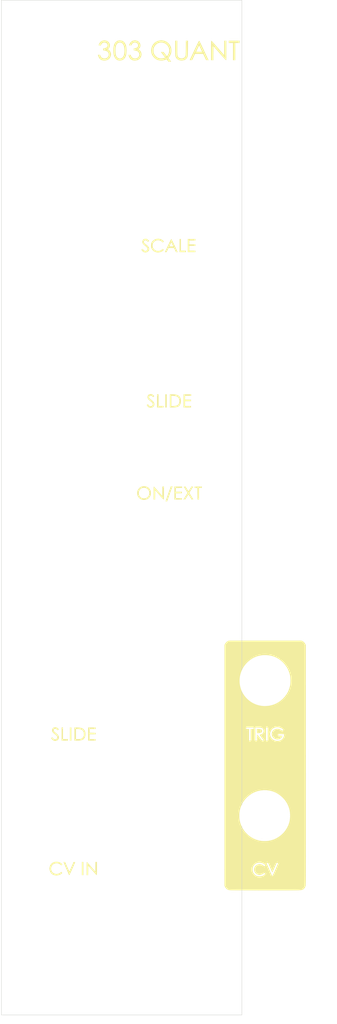
<source format=kicad_pcb>
(kicad_pcb (version 20171130) (host pcbnew "(5.1.9)-1")

  (general
    (thickness 1.6)
    (drawings 4)
    (tracks 0)
    (zones 0)
    (modules 11)
    (nets 1)
  )

  (page A4)
  (title_block
    (title Synthacon)
    (date 2019-09-22)
    (rev R01)
    (comment 1 "Panel PCB")
    (comment 2 "Original design by Ken Stone")
    (comment 4 "License CC BY 4.0 - Attribution 4.0 International")
  )

  (layers
    (0 F.Cu signal)
    (31 B.Cu signal)
    (32 B.Adhes user)
    (33 F.Adhes user)
    (34 B.Paste user)
    (35 F.Paste user)
    (36 B.SilkS user)
    (37 F.SilkS user)
    (38 B.Mask user)
    (39 F.Mask user)
    (40 Dwgs.User user)
    (41 Cmts.User user)
    (42 Eco1.User user)
    (43 Eco2.User user)
    (44 Edge.Cuts user)
    (45 Margin user)
    (46 B.CrtYd user)
    (47 F.CrtYd user)
    (48 B.Fab user)
    (49 F.Fab user)
  )

  (setup
    (last_trace_width 0.25)
    (trace_clearance 0.2)
    (zone_clearance 0.508)
    (zone_45_only no)
    (trace_min 0.2)
    (via_size 0.8)
    (via_drill 0.4)
    (via_min_size 0.4)
    (via_min_drill 0.3)
    (uvia_size 0.3)
    (uvia_drill 0.1)
    (uvias_allowed no)
    (uvia_min_size 0.2)
    (uvia_min_drill 0.1)
    (edge_width 0.05)
    (segment_width 0.2)
    (pcb_text_width 0.3)
    (pcb_text_size 1.5 1.5)
    (mod_edge_width 0.12)
    (mod_text_size 1 1)
    (mod_text_width 0.15)
    (pad_size 3.2 3.2)
    (pad_drill 3.2)
    (pad_to_mask_clearance 0.051)
    (solder_mask_min_width 0.25)
    (aux_axis_origin 0 0)
    (visible_elements 7FFFFFFF)
    (pcbplotparams
      (layerselection 0x010fc_ffffffff)
      (usegerberextensions true)
      (usegerberattributes false)
      (usegerberadvancedattributes false)
      (creategerberjobfile false)
      (excludeedgelayer false)
      (linewidth 0.150000)
      (plotframeref false)
      (viasonmask false)
      (mode 1)
      (useauxorigin false)
      (hpglpennumber 1)
      (hpglpenspeed 20)
      (hpglpendiameter 15.000000)
      (psnegative false)
      (psa4output false)
      (plotreference true)
      (plotvalue true)
      (plotinvisibletext false)
      (padsonsilk false)
      (subtractmaskfromsilk false)
      (outputformat 1)
      (mirror false)
      (drillshape 0)
      (scaleselection 1)
      (outputdirectory "gerber/"))
  )

  (net 0 "")

  (net_class Default "This is the default net class."
    (clearance 0.2)
    (trace_width 0.25)
    (via_dia 0.8)
    (via_drill 0.4)
    (uvia_dia 0.3)
    (uvia_drill 0.1)
  )

  (module logo:silk2 (layer F.Cu) (tedit 0) (tstamp 6050BD65)
    (at 98.84 93.88)
    (fp_text reference G*** (at 0 0) (layer F.SilkS) hide
      (effects (font (size 1.524 1.524) (thickness 0.3)))
    )
    (fp_text value LOGO (at 0.75 0) (layer F.SilkS) hide
      (effects (font (size 1.524 1.524) (thickness 0.3)))
    )
    (fp_poly (pts (xy 15.834201 22.283597) (xy 15.976574 22.382578) (xy 16.100818 22.514575) (xy 16.192201 22.663515)
      (xy 16.243904 22.775333) (xy 16.250047 37.953897) (xy 16.250457 38.989249) (xy 16.250828 39.977314)
      (xy 16.251157 40.919183) (xy 16.251443 41.815951) (xy 16.251684 42.668709) (xy 16.251876 43.478551)
      (xy 16.252019 44.246569) (xy 16.252109 44.973858) (xy 16.252146 45.661509) (xy 16.252126 46.310615)
      (xy 16.252047 46.92227) (xy 16.251908 47.497566) (xy 16.251706 48.037597) (xy 16.251439 48.543455)
      (xy 16.251105 49.016234) (xy 16.250702 49.457025) (xy 16.250227 49.866923) (xy 16.249679 50.247019)
      (xy 16.249055 50.598408) (xy 16.248353 50.922182) (xy 16.247571 51.219433) (xy 16.246707 51.491256)
      (xy 16.245759 51.738742) (xy 16.244724 51.962985) (xy 16.243601 52.165078) (xy 16.242387 52.346113)
      (xy 16.24108 52.507184) (xy 16.239678 52.649383) (xy 16.238179 52.773804) (xy 16.23658 52.881539)
      (xy 16.23488 52.973682) (xy 16.233076 53.051324) (xy 16.231167 53.11556) (xy 16.229149 53.167483)
      (xy 16.227022 53.208184) (xy 16.224782 53.238757) (xy 16.222428 53.260295) (xy 16.219957 53.273892)
      (xy 16.219917 53.274048) (xy 16.153718 53.445815) (xy 16.051955 53.593853) (xy 15.930739 53.701955)
      (xy 15.906181 53.719488) (xy 15.884258 53.735564) (xy 15.862876 53.750244) (xy 15.839941 53.763592)
      (xy 15.813361 53.77567) (xy 15.781042 53.78654) (xy 15.740891 53.796264) (xy 15.690815 53.804905)
      (xy 15.62872 53.812525) (xy 15.552514 53.819187) (xy 15.460104 53.824952) (xy 15.349395 53.829883)
      (xy 15.218295 53.834043) (xy 15.064712 53.837493) (xy 14.88655 53.840296) (xy 14.681718 53.842514)
      (xy 14.448122 53.84421) (xy 14.183669 53.845446) (xy 13.886266 53.846284) (xy 13.553819 53.846787)
      (xy 13.184236 53.847017) (xy 12.775423 53.847035) (xy 12.325287 53.846906) (xy 11.831735 53.84669)
      (xy 11.292673 53.84645) (xy 11.080203 53.846367) (xy 10.506072 53.846088) (xy 9.978622 53.845682)
      (xy 9.49615 53.845135) (xy 9.056956 53.844437) (xy 8.659338 53.843576) (xy 8.301596 53.842541)
      (xy 7.982028 53.841319) (xy 7.698933 53.839898) (xy 7.450611 53.838268) (xy 7.23536 53.836416)
      (xy 7.051479 53.834332) (xy 6.897268 53.832002) (xy 6.771024 53.829415) (xy 6.671047 53.826561)
      (xy 6.595636 53.823426) (xy 6.54309 53.82) (xy 6.511708 53.81627) (xy 6.505529 53.814923)
      (xy 6.328837 53.74749) (xy 6.184812 53.647339) (xy 6.068518 53.510225) (xy 5.993916 53.374954)
      (xy 5.938761 53.255333) (xy 5.938761 51.199143) (xy 9.494761 51.199143) (xy 9.496391 51.318215)
      (xy 9.503035 51.404435) (xy 9.517325 51.473272) (xy 9.541892 51.540197) (xy 9.559354 51.578849)
      (xy 9.66671 51.752923) (xy 9.808712 51.894571) (xy 9.981184 52.000237) (xy 10.111619 52.049105)
      (xy 10.230646 52.070066) (xy 10.374411 52.07507) (xy 10.524265 52.065201) (xy 10.661558 52.041546)
      (xy 10.75377 52.011713) (xy 10.882281 51.946745) (xy 10.990895 51.875766) (xy 11.068459 51.806476)
      (xy 11.088553 51.780562) (xy 11.108876 51.741806) (xy 11.100787 51.713259) (xy 11.058496 51.677244)
      (xy 11.05352 51.673553) (xy 10.982687 51.621184) (xy 10.860049 51.718124) (xy 10.69532 51.819935)
      (xy 10.518754 51.874975) (xy 10.332016 51.88293) (xy 10.158342 51.850076) (xy 10.07231 51.817532)
      (xy 9.99567 51.768982) (xy 9.911815 51.693439) (xy 9.893273 51.674695) (xy 9.800874 51.567669)
      (xy 9.742095 51.463916) (xy 9.710708 51.347554) (xy 9.700481 51.2027) (xy 9.70038 51.182943)
      (xy 9.721838 51.015411) (xy 9.781991 50.868167) (xy 9.874514 50.743791) (xy 9.99308 50.644859)
      (xy 10.131362 50.573952) (xy 10.283034 50.533648) (xy 10.441768 50.526525) (xy 10.601237 50.555162)
      (xy 10.755116 50.622139) (xy 10.870874 50.705876) (xy 10.980831 50.802664) (xy 11.05309 50.749241)
      (xy 11.09659 50.708465) (xy 11.106839 50.668598) (xy 11.081457 50.621726) (xy 11.018063 50.559941)
      (xy 10.988687 50.53517) (xy 10.823026 50.427905) (xy 10.654953 50.364571) (xy 11.253323 50.364571)
      (xy 11.602423 51.178417) (xy 11.68246 51.364765) (xy 11.756731 51.537221) (xy 11.823026 51.690694)
      (xy 11.879138 51.820094) (xy 11.922861 51.920329) (xy 11.951985 51.986309) (xy 11.964304 52.012944)
      (xy 11.964331 52.012988) (xy 11.979105 52.02762) (xy 11.997464 52.025252) (xy 12.021249 52.002473)
      (xy 12.052299 51.955873) (xy 12.092453 51.88204) (xy 12.143551 51.777565) (xy 12.207433 51.639035)
      (xy 12.285938 51.463041) (xy 12.380906 51.246171) (xy 12.393475 51.217286) (xy 12.474251 51.03107)
      (xy 12.548575 50.8588) (xy 12.614306 50.705512) (xy 12.6693 50.576241) (xy 12.711417 50.476022)
      (xy 12.738514 50.409892) (xy 12.74845 50.382885) (xy 12.748461 50.382714) (xy 12.726843 50.371661)
      (xy 12.672536 50.365233) (xy 12.644884 50.364571) (xy 12.541387 50.364571) (xy 12.278832 50.968786)
      (xy 12.209391 51.126897) (xy 12.145643 51.268819) (xy 12.090215 51.388966) (xy 12.045731 51.48175)
      (xy 12.014817 51.541583) (xy 12.000097 51.562878) (xy 11.999757 51.562792) (xy 11.986261 51.538665)
      (xy 11.956641 51.475862) (xy 11.913533 51.380302) (xy 11.859576 51.257904) (xy 11.797404 51.114588)
      (xy 11.730809 50.958986) (xy 11.47838 50.365391) (xy 11.365852 50.364981) (xy 11.253323 50.364571)
      (xy 10.654953 50.364571) (xy 10.635944 50.357408) (xy 10.437551 50.324846) (xy 10.237955 50.331386)
      (xy 10.047266 50.378193) (xy 9.959689 50.416415) (xy 9.832955 50.500037) (xy 9.710279 50.614064)
      (xy 9.607829 50.74206) (xy 9.56158 50.821178) (xy 9.529956 50.890914) (xy 9.510157 50.953733)
      (xy 9.4995 51.024814) (xy 9.4953 51.119338) (xy 9.494761 51.199143) (xy 5.938761 51.199143)
      (xy 5.938761 44.437891) (xy 7.815215 44.437891) (xy 7.82201 44.650794) (xy 7.838152 44.84194)
      (xy 7.851351 44.93381) (xy 7.940387 45.310466) (xy 8.072345 45.668842) (xy 8.244282 46.00604)
      (xy 8.453251 46.319166) (xy 8.696307 46.605324) (xy 8.970504 46.861619) (xy 9.272896 47.085155)
      (xy 9.600538 47.273037) (xy 9.950484 47.42237) (xy 10.319788 47.530258) (xy 10.534952 47.57165)
      (xy 10.72571 47.592731) (xy 10.943943 47.602369) (xy 11.170118 47.600564) (xy 11.384701 47.587314)
      (xy 11.514666 47.57167) (xy 11.836659 47.507163) (xy 12.140658 47.412066) (xy 12.445793 47.280305)
      (xy 12.47019 47.268314) (xy 12.806215 47.075536) (xy 13.115329 46.845037) (xy 13.394249 46.580626)
      (xy 13.639695 46.28611) (xy 13.848385 45.965298) (xy 14.017038 45.621998) (xy 14.11175 45.363302)
      (xy 14.17414 45.144676) (xy 14.217128 44.939028) (xy 14.243185 44.729243) (xy 14.254784 44.498206)
      (xy 14.255926 44.365333) (xy 14.24251 44.03693) (xy 14.201698 43.735579) (xy 14.13013 43.446349)
      (xy 14.024449 43.154306) (xy 13.941665 42.968119) (xy 13.779203 42.675095) (xy 13.575661 42.391571)
      (xy 13.338281 42.124698) (xy 13.074306 41.881626) (xy 12.790979 41.669504) (xy 12.495542 41.495484)
      (xy 12.405742 41.451828) (xy 12.042901 41.309918) (xy 11.669293 41.212969) (xy 11.289392 41.160749)
      (xy 10.907672 41.153028) (xy 10.528607 41.189573) (xy 10.156671 41.270155) (xy 9.79634 41.394541)
      (xy 9.452086 41.562502) (xy 9.373809 41.608388) (xy 9.053192 41.829768) (xy 8.763341 42.085076)
      (xy 8.506914 42.370428) (xy 8.28657 42.681939) (xy 8.104968 43.015726) (xy 7.964767 43.367902)
      (xy 7.868626 43.734585) (xy 7.85096 43.833143) (xy 7.829684 44.012614) (xy 7.817771 44.219681)
      (xy 7.815215 44.437891) (xy 5.938761 44.437891) (xy 5.938761 33.213524) (xy 8.68438 33.213524)
      (xy 8.68438 33.407048) (xy 9.047238 33.407048) (xy 9.047238 34.882667) (xy 9.264952 34.882667)
      (xy 9.845523 34.882667) (xy 10.039047 34.882667) (xy 10.039047 34.507714) (xy 10.039476 34.365018)
      (xy 10.041287 34.263747) (xy 10.045268 34.196951) (xy 10.052205 34.157676) (xy 10.062887 34.138973)
      (xy 10.0781 34.133889) (xy 10.08138 34.133883) (xy 10.110847 34.153368) (xy 10.164709 34.208251)
      (xy 10.239392 34.294451) (xy 10.331323 34.40789) (xy 10.409782 34.508836) (xy 10.69585 34.882667)
      (xy 10.814972 34.882667) (xy 10.883392 34.881076) (xy 10.926471 34.877017) (xy 10.934095 34.873959)
      (xy 10.920039 34.852998) (xy 10.880927 34.799886) (xy 10.821343 34.720714) (xy 10.74587 34.62157)
      (xy 10.659091 34.508542) (xy 10.656403 34.505054) (xy 10.556805 34.375676) (xy 10.484941 34.2795)
      (xy 10.439401 34.21111) (xy 10.418777 34.165089) (xy 10.42166 34.13602) (xy 10.44664 34.118486)
      (xy 10.49231 34.107071) (xy 10.550391 34.097478) (xy 10.676615 34.054804) (xy 10.778691 33.977112)
      (xy 10.853013 33.873186) (xy 10.895976 33.751812) (xy 10.903976 33.621775) (xy 10.873407 33.491859)
      (xy 10.831574 33.412284) (xy 10.78316 33.348271) (xy 10.729156 33.300336) (xy 10.661745 33.266013)
      (xy 10.573108 33.242837) (xy 10.455427 33.228341) (xy 10.300883 33.220061) (xy 10.214428 33.21764)
      (xy 10.034905 33.213524) (xy 11.20019 33.213524) (xy 11.20019 34.882667) (xy 11.417904 34.882667)
      (xy 11.417904 34.111651) (xy 11.717401 34.111651) (xy 11.750987 34.292429) (xy 11.822316 34.461742)
      (xy 11.929091 34.613793) (xy 12.069013 34.742786) (xy 12.239783 34.842926) (xy 12.397619 34.898513)
      (xy 12.520456 34.917296) (xy 12.668004 34.920303) (xy 12.819585 34.908503) (xy 12.954519 34.882869)
      (xy 12.994991 34.870457) (xy 13.107065 34.814291) (xy 13.22252 34.728633) (xy 13.324062 34.627731)
      (xy 13.378143 34.554784) (xy 13.426244 34.454664) (xy 13.46665 34.331004) (xy 13.492405 34.207948)
      (xy 13.497998 34.13881) (xy 13.498285 34.060191) (xy 12.74838 34.060191) (xy 12.74838 34.253714)
      (xy 13.277634 34.253714) (xy 13.241032 34.361136) (xy 13.176828 34.480453) (xy 13.075456 34.585686)
      (xy 12.947936 34.667073) (xy 12.855144 34.702887) (xy 12.680823 34.731324) (xy 12.511382 34.718082)
      (xy 12.352767 34.667762) (xy 12.210921 34.584966) (xy 12.09179 34.474294) (xy 12.001318 34.340349)
      (xy 11.945451 34.187732) (xy 11.930133 34.021043) (xy 11.93226 33.988567) (xy 11.969133 33.820924)
      (xy 12.043164 33.676735) (xy 12.14807 33.558155) (xy 12.277567 33.467341) (xy 12.425371 33.40645)
      (xy 12.585201 33.377638) (xy 12.750771 33.383061) (xy 12.915798 33.424877) (xy 13.074 33.505241)
      (xy 13.157483 33.568069) (xy 13.260365 33.656133) (xy 13.336992 33.578323) (xy 13.413619 33.500514)
      (xy 13.331966 33.431344) (xy 13.155574 33.30904) (xy 12.965643 33.225491) (xy 12.768631 33.180135)
      (xy 12.570999 33.172413) (xy 12.379205 33.201764) (xy 12.199708 33.267628) (xy 12.03897 33.369445)
      (xy 11.903447 33.506654) (xy 11.866103 33.558483) (xy 11.772661 33.738882) (xy 11.72386 33.925203)
      (xy 11.717401 34.111651) (xy 11.417904 34.111651) (xy 11.417904 33.213524) (xy 11.20019 33.213524)
      (xy 10.034905 33.213524) (xy 9.845523 33.209182) (xy 9.845523 34.882667) (xy 9.264952 34.882667)
      (xy 9.264952 33.407048) (xy 9.627809 33.407048) (xy 9.627809 33.213524) (xy 8.68438 33.213524)
      (xy 5.938761 33.213524) (xy 5.938761 27.238476) (xy 7.876124 27.238476) (xy 7.877451 27.458288)
      (xy 7.884702 27.641808) (xy 7.89951 27.800935) (xy 7.923508 27.947569) (xy 7.958329 28.093608)
      (xy 8.005607 28.250952) (xy 8.021903 28.300461) (xy 8.166288 28.657907) (xy 8.351207 28.992227)
      (xy 8.5733 29.300649) (xy 8.82921 29.580398) (xy 9.115577 29.828701) (xy 9.429044 30.042785)
      (xy 9.76625 30.219875) (xy 10.123838 30.357198) (xy 10.49845 30.451981) (xy 10.659164 30.478315)
      (xy 10.787202 30.489551) (xy 10.948575 30.49419) (xy 11.128756 30.492696) (xy 11.313218 30.48553)
      (xy 11.487433 30.473157) (xy 11.636874 30.456039) (xy 11.701587 30.445098) (xy 12.058991 30.352765)
      (xy 12.4093 30.22012) (xy 12.472558 30.191306) (xy 12.781424 30.021695) (xy 13.077276 29.810581)
      (xy 13.353529 29.564412) (xy 13.603598 29.289638) (xy 13.820897 28.992707) (xy 13.982679 28.712501)
      (xy 14.044499 28.575648) (xy 14.108969 28.407718) (xy 14.170513 28.225312) (xy 14.223555 28.045031)
      (xy 14.262518 27.883474) (xy 14.264582 27.873259) (xy 14.287282 27.716876) (xy 14.301643 27.527753)
      (xy 14.30766 27.320694) (xy 14.305331 27.110503) (xy 14.294652 26.911982) (xy 14.27562 26.739935)
      (xy 14.264848 26.677687) (xy 14.164473 26.292983) (xy 14.021991 25.929192) (xy 13.839998 25.58899)
      (xy 13.621089 25.275056) (xy 13.36786 24.990067) (xy 13.082906 24.736701) (xy 12.768822 24.517635)
      (xy 12.428204 24.335546) (xy 12.063648 24.193113) (xy 11.780761 24.114993) (xy 11.622988 24.087049)
      (xy 11.432979 24.06634) (xy 11.226434 24.053546) (xy 11.019053 24.049346) (xy 10.826535 24.054421)
      (xy 10.680095 24.067331) (xy 10.290821 24.141899) (xy 9.918853 24.260833) (xy 9.566958 24.422355)
      (xy 9.237902 24.624687) (xy 8.934454 24.86605) (xy 8.659381 25.144665) (xy 8.41545 25.458754)
      (xy 8.342363 25.569721) (xy 8.184526 25.852715) (xy 8.055019 26.159234) (xy 7.952347 26.488571)
      (xy 7.926452 26.588382) (xy 7.907353 26.672225) (xy 7.893976 26.750667) (xy 7.885246 26.834275)
      (xy 7.88009 26.933616) (xy 7.877433 27.059257) (xy 7.876201 27.221765) (xy 7.876124 27.238476)
      (xy 5.938761 27.238476) (xy 5.938761 22.775333) (xy 5.990464 22.663515) (xy 6.082464 22.513774)
      (xy 6.20685 22.381919) (xy 6.348464 22.283597) (xy 6.470952 22.218952) (xy 15.711714 22.218952)
      (xy 15.834201 22.283597)) (layer F.SilkS) (width 0.01))
    (fp_poly (pts (xy -15.127827 50.237558) (xy -15.067663 50.252031) (xy -14.945176 50.301186) (xy -14.82128 50.373514)
      (xy -14.714431 50.457147) (xy -14.662335 50.512621) (xy -14.613353 50.574891) (xy -14.686045 50.628635)
      (xy -14.758736 50.682378) (xy -14.857312 50.59332) (xy -14.999596 50.488784) (xy -15.151517 50.42763)
      (xy -15.324809 50.405366) (xy -15.348858 50.405094) (xy -15.534553 50.426713) (xy -15.698435 50.488634)
      (xy -15.836025 50.586454) (xy -15.942843 50.715767) (xy -16.01441 50.872169) (xy -16.046245 51.051256)
      (xy -16.047466 51.091956) (xy -16.026355 51.270614) (xy -15.964224 51.428652) (xy -15.865639 51.561654)
      (xy -15.735168 51.665203) (xy -15.577378 51.734881) (xy -15.396836 51.766271) (xy -15.348858 51.767619)
      (xy -15.162693 51.748187) (xy -15.00093 51.68865) (xy -14.869163 51.596854) (xy -14.761737 51.502294)
      (xy -14.698488 51.552045) (xy -14.655085 51.592995) (xy -14.63535 51.625056) (xy -14.635239 51.626622)
      (xy -14.655285 51.666534) (xy -14.70881 51.719956) (xy -14.785891 51.779016) (xy -14.876609 51.835843)
      (xy -14.940893 51.869132) (xy -15.099457 51.923053) (xy -15.280003 51.951202) (xy -15.462582 51.951943)
      (xy -15.622273 51.925061) (xy -15.73157 51.890722) (xy -15.815144 51.853378) (xy -15.894992 51.802055)
      (xy -15.945096 51.764047) (xy -16.062193 51.64376) (xy -16.154895 51.490783) (xy -16.218701 51.31653)
      (xy -16.249109 51.132412) (xy -16.247532 50.997245) (xy -16.205958 50.796527) (xy -16.122038 50.618004)
      (xy -15.997933 50.464906) (xy -15.835804 50.340463) (xy -15.790778 50.314845) (xy -15.708837 50.274044)
      (xy -15.637545 50.248502) (xy -15.558904 50.233817) (xy -15.454916 50.225585) (xy -15.418877 50.223839)
      (xy -15.256939 50.222992) (xy -15.127827 50.237558)) (layer F.SilkS) (width 0.01))
    (fp_poly (pts (xy -12.997545 50.254001) (xy -12.997462 50.277138) (xy -12.999937 50.284406) (xy -13.030682 50.363626)
      (xy -13.075417 50.472059) (xy -13.131482 50.603811) (xy -13.196217 50.75299) (xy -13.266961 50.913703)
      (xy -13.341056 51.080058) (xy -13.415841 51.246161) (xy -13.488655 51.406121) (xy -13.556839 51.554045)
      (xy -13.617733 51.684041) (xy -13.668677 51.790214) (xy -13.707011 51.866674) (xy -13.730074 51.907527)
      (xy -13.735 51.912762) (xy -13.764746 51.892562) (xy -13.79594 51.843043) (xy -13.799883 51.834143)
      (xy -13.81725 51.793284) (xy -13.851172 51.713899) (xy -13.899108 51.601915) (xy -13.95852 51.463259)
      (xy -14.026868 51.303859) (xy -14.101613 51.129642) (xy -14.149411 51.018282) (xy -14.22515 50.841268)
      (xy -14.294391 50.678317) (xy -14.354898 50.534776) (xy -14.404435 50.415995) (xy -14.440768 50.327323)
      (xy -14.461659 50.274111) (xy -14.465905 50.260938) (xy -14.444513 50.250137) (xy -14.390847 50.247059)
      (xy -14.365991 50.248276) (xy -14.266076 50.255714) (xy -14.00742 50.854174) (xy -13.938625 51.012801)
      (xy -13.875855 51.156493) (xy -13.821717 51.279365) (xy -13.778819 51.375534) (xy -13.749767 51.439116)
      (xy -13.737168 51.464226) (xy -13.737114 51.464283) (xy -13.724851 51.446128) (xy -13.696073 51.389049)
      (xy -13.653345 51.298584) (xy -13.599232 51.180271) (xy -13.536297 51.039647) (xy -13.467106 50.882249)
      (xy -13.459952 50.865824) (xy -13.194441 50.255714) (xy -13.089182 50.24812) (xy -13.024625 50.245749)
      (xy -12.997545 50.254001)) (layer F.SilkS) (width 0.01))
    (fp_poly (pts (xy -11.950096 51.912762) (xy -12.14362 51.912762) (xy -12.14362 50.243619) (xy -11.950096 50.243619)
      (xy -11.950096 51.912762)) (layer F.SilkS) (width 0.01))
    (fp_poly (pts (xy -10.232572 51.078191) (xy -10.232865 51.30689) (xy -10.233854 51.49149) (xy -10.235708 51.636269)
      (xy -10.238595 51.745506) (xy -10.242681 51.82348) (xy -10.248134 51.874469) (xy -10.255123 51.902753)
      (xy -10.263815 51.912608) (xy -10.265272 51.912762) (xy -10.288524 51.895128) (xy -10.339297 51.845106)
      (xy -10.413591 51.767013) (xy -10.50741 51.665166) (xy -10.616756 51.543884) (xy -10.737632 51.407483)
      (xy -10.815605 51.318372) (xy -11.333239 50.723982) (xy -11.346179 51.912762) (xy -11.538858 51.912762)
      (xy -11.538858 51.078191) (xy -11.538264 50.880071) (xy -11.536574 50.699385) (xy -11.533925 50.541485)
      (xy -11.530452 50.411722) (xy -11.526291 50.315448) (xy -11.52158 50.258013) (xy -11.517596 50.243619)
      (xy -11.497223 50.261247) (xy -11.449143 50.311293) (xy -11.3772 50.389498) (xy -11.285241 50.491603)
      (xy -11.17711 50.61335) (xy -11.056652 50.75048) (xy -10.967263 50.853107) (xy -10.438191 51.462594)
      (xy -10.431728 50.853107) (xy -10.425265 50.243619) (xy -10.232572 50.243619) (xy -10.232572 51.078191)) (layer F.SilkS) (width 0.01))
    (fp_poly (pts (xy -15.345607 33.215053) (xy -15.225045 33.281202) (xy -15.126517 33.377635) (xy -15.123003 33.382344)
      (xy -15.088151 33.433009) (xy -15.081123 33.461855) (xy -15.10014 33.485326) (xy -15.110908 33.493974)
      (xy -15.176205 33.541389) (xy -15.219088 33.556896) (xy -15.253067 33.540991) (xy -15.28704 33.500451)
      (xy -15.353797 33.435269) (xy -15.436625 33.388571) (xy -15.518619 33.368216) (xy -15.5623 33.372476)
      (xy -15.650406 33.420121) (xy -15.707033 33.494675) (xy -15.72381 33.571958) (xy -15.716746 33.626894)
      (xy -15.690141 33.678538) (xy -15.63588 33.740701) (xy -15.608905 33.767446) (xy -15.527896 33.84152)
      (xy -15.429958 33.924643) (xy -15.344709 33.9923) (xy -15.206426 34.118106) (xy -15.111284 34.251415)
      (xy -15.060567 34.388945) (xy -15.055556 34.527415) (xy -15.089246 34.645805) (xy -15.168047 34.766529)
      (xy -15.280755 34.855472) (xy -15.409819 34.904894) (xy -15.485017 34.921159) (xy -15.535834 34.926402)
      (xy -15.584926 34.920921) (xy -15.642574 34.907972) (xy -15.775032 34.853548) (xy -15.89368 34.761649)
      (xy -15.968681 34.668474) (xy -16.038351 34.558616) (xy -15.890593 34.465062) (xy -15.776963 34.591075)
      (xy -15.707375 34.662751) (xy -15.651432 34.704018) (xy -15.595026 34.724096) (xy -15.566572 34.728577)
      (xy -15.455703 34.719092) (xy -15.358886 34.667902) (xy -15.28713 34.581586) (xy -15.273657 34.553533)
      (xy -15.255503 34.479373) (xy -15.266163 34.404557) (xy -15.308699 34.324122) (xy -15.38617 34.233102)
      (xy -15.501638 34.126534) (xy -15.57401 34.066327) (xy -15.700023 33.961166) (xy -15.791515 33.876063)
      (xy -15.853737 33.803524) (xy -15.891939 33.736059) (xy -15.911371 33.666174) (xy -15.917283 33.586377)
      (xy -15.917334 33.576381) (xy -15.898606 33.437314) (xy -15.841068 33.326004) (xy -15.742689 33.238776)
      (xy -15.724713 33.227791) (xy -15.606919 33.185399) (xy -15.476725 33.182136) (xy -15.345607 33.215053)) (layer F.SilkS) (width 0.01))
    (fp_poly (pts (xy -14.538477 34.689143) (xy -13.909524 34.689143) (xy -13.909524 34.882667) (xy -14.70781 34.882667)
      (xy -14.70781 33.213524) (xy -14.538477 33.213524) (xy -14.538477 34.689143)) (layer F.SilkS) (width 0.01))
    (fp_poly (pts (xy -13.474096 34.882667) (xy -13.66762 34.882667) (xy -13.66762 33.213524) (xy -13.474096 33.213524)
      (xy -13.474096 34.882667)) (layer F.SilkS) (width 0.01))
    (fp_poly (pts (xy -12.80281 33.213707) (xy -12.554245 33.221318) (xy -12.346911 33.245282) (xy -12.175769 33.287819)
      (xy -12.03578 33.351146) (xy -11.921904 33.437482) (xy -11.829103 33.549046) (xy -11.759301 33.673143)
      (xy -11.729891 33.740735) (xy -11.711228 33.803383) (xy -11.700957 33.875498) (xy -11.696725 33.971494)
      (xy -11.696096 34.060191) (xy -11.69753 34.181576) (xy -11.70341 34.269156) (xy -11.716103 34.337464)
      (xy -11.737975 34.401031) (xy -11.75947 34.44933) (xy -11.809874 34.540155) (xy -11.870575 34.626884)
      (xy -11.90695 34.668575) (xy -11.988983 34.739724) (xy -12.07975 34.794176) (xy -12.186604 34.833795)
      (xy -12.316901 34.860445) (xy -12.477995 34.875991) (xy -12.677242 34.882296) (xy -12.751683 34.882667)
      (xy -13.087048 34.882667) (xy -13.087048 34.694864) (xy -12.893524 34.694864) (xy -12.581903 34.685154)
      (xy -12.452027 34.680503) (xy -12.359518 34.674629) (xy -12.293369 34.665424) (xy -12.242574 34.65078)
      (xy -12.196126 34.62859) (xy -12.153161 34.603035) (xy -12.04212 34.512429) (xy -11.96283 34.412249)
      (xy -11.927432 34.350971) (xy -11.905714 34.297142) (xy -11.894381 34.235543) (xy -11.890138 34.150959)
      (xy -11.88962 34.074222) (xy -11.896306 33.922836) (xy -11.919408 33.805229) (xy -11.963487 33.708272)
      (xy -12.033108 33.618836) (xy -12.056199 33.594952) (xy -12.140867 33.523726) (xy -12.236604 33.472815)
      (xy -12.353389 33.438985) (xy -12.501202 33.419) (xy -12.621381 33.411794) (xy -12.893524 33.40096)
      (xy -12.893524 34.694864) (xy -13.087048 34.694864) (xy -13.087048 33.213524) (xy -12.80281 33.213707)) (layer F.SilkS) (width 0.01))
    (fp_poly (pts (xy -10.401905 33.407048) (xy -11.177752 33.407048) (xy -11.170829 33.642905) (xy -11.163905 33.878762)
      (xy -10.401905 33.892086) (xy -10.401905 34.084381) (xy -11.176 34.084381) (xy -11.176 34.689143)
      (xy -10.401905 34.689143) (xy -10.401905 34.882667) (xy -11.345334 34.882667) (xy -11.345334 33.213524)
      (xy -10.401905 33.213524) (xy -10.401905 33.407048)) (layer F.SilkS) (width 0.01))
    (fp_poly (pts (xy -0.684569 2.665828) (xy -0.658615 2.680942) (xy -0.659507 2.691191) (xy -0.669928 2.719856)
      (xy -0.694878 2.789112) (xy -0.732575 2.893998) (xy -0.781241 3.029556) (xy -0.839096 3.190826)
      (xy -0.904358 3.372848) (xy -0.975247 3.570664) (xy -1.006809 3.658765) (xy -1.342572 4.596102)
      (xy -1.433286 4.596146) (xy -1.497866 4.588736) (xy -1.523973 4.568229) (xy -1.524157 4.565952)
      (xy -1.516328 4.537283) (xy -1.493907 4.468022) (xy -1.458602 4.363129) (xy -1.412117 4.227566)
      (xy -1.356159 4.066293) (xy -1.292435 3.884272) (xy -1.22265 3.686464) (xy -1.191538 3.59873)
      (xy -0.858762 2.661746) (xy -0.753365 2.661349) (xy -0.684569 2.665828)) (layer F.SilkS) (width 0.01))
    (fp_poly (pts (xy -4.150314 2.6747) (xy -4.063924 2.681391) (xy -3.995047 2.695718) (xy -3.928279 2.72028)
      (xy -3.891764 2.736794) (xy -3.718369 2.841057) (xy -3.581049 2.975925) (xy -3.477616 3.140809)
      (xy -3.439879 3.22172) (xy -3.416534 3.28854) (xy -3.404177 3.358113) (xy -3.399408 3.447283)
      (xy -3.398762 3.531301) (xy -3.400663 3.648649) (xy -3.408286 3.734125) (xy -3.424514 3.804157)
      (xy -3.452229 3.875169) (xy -3.463355 3.89942) (xy -3.559893 4.055218) (xy -3.6904 4.19322)
      (xy -3.841623 4.300213) (xy -3.889914 4.324687) (xy -4.021851 4.36853) (xy -4.175597 4.393654)
      (xy -4.333117 4.398971) (xy -4.476376 4.383391) (xy -4.545897 4.364324) (xy -4.7337 4.270994)
      (xy -4.895588 4.139099) (xy -5.024952 3.974435) (xy -5.059375 3.9139) (xy -5.099066 3.801747)
      (xy -5.122006 3.660394) (xy -5.125694 3.560551) (xy -4.936769 3.560551) (xy -4.912327 3.727082)
      (xy -4.8487 3.880912) (xy -4.748168 4.014794) (xy -4.613008 4.121481) (xy -4.567193 4.146531)
      (xy -4.41505 4.197513) (xy -4.247971 4.211696) (xy -4.082616 4.188923) (xy -3.979334 4.152096)
      (xy -3.831656 4.058725) (xy -3.716865 3.9367) (xy -3.636605 3.793624) (xy -3.592518 3.6371)
      (xy -3.58625 3.47473) (xy -3.619444 3.314117) (xy -3.693742 3.162863) (xy -3.749682 3.089848)
      (xy -3.885907 2.966996) (xy -4.038553 2.889586) (xy -4.208243 2.857331) (xy -4.256226 2.856317)
      (xy -4.443507 2.877846) (xy -4.602079 2.938158) (xy -4.732971 3.037868) (xy -4.83721 3.177594)
      (xy -4.858987 3.218373) (xy -4.919748 3.388566) (xy -4.936769 3.560551) (xy -5.125694 3.560551)
      (xy -5.127702 3.506206) (xy -5.11566 3.355551) (xy -5.085387 3.224796) (xy -5.08056 3.211367)
      (xy -5.003077 3.063547) (xy -4.889924 2.923897) (xy -4.753513 2.805959) (xy -4.652719 2.744525)
      (xy -4.582074 2.71102) (xy -4.520694 2.689956) (xy -4.453393 2.678499) (xy -4.36499 2.673818)
      (xy -4.26962 2.673048) (xy -4.150314 2.6747)) (layer F.SilkS) (width 0.01))
    (fp_poly (pts (xy -1.741715 3.53181) (xy -1.741943 3.755691) (xy -1.74276 3.935765) (xy -1.744366 4.076604)
      (xy -1.746962 4.182779) (xy -1.750747 4.258864) (xy -1.755922 4.30943) (xy -1.762686 4.339048)
      (xy -1.771239 4.352292) (xy -1.777699 4.354286) (xy -1.8018 4.336655) (xy -1.853373 4.286654)
      (xy -1.928373 4.208617) (xy -2.022756 4.106878) (xy -2.132476 3.985772) (xy -2.253486 3.849634)
      (xy -2.328033 3.764599) (xy -2.842381 3.174913) (xy -2.848852 3.764599) (xy -2.855322 4.354286)
      (xy -3.048 4.354286) (xy -3.048 3.53181) (xy -3.04763 3.300881) (xy -3.046423 3.114436)
      (xy -3.044237 2.968583) (xy -3.040927 2.859428) (xy -3.036352 2.783081) (xy -3.030367 2.735649)
      (xy -3.02283 2.713239) (xy -3.017762 2.71017) (xy -2.995196 2.728052) (xy -2.94515 2.778405)
      (xy -2.871569 2.856914) (xy -2.7784 2.959263) (xy -2.669586 3.081138) (xy -2.549073 3.218222)
      (xy -2.467429 3.312173) (xy -1.947334 3.913338) (xy -1.940871 3.311336) (xy -1.934408 2.709333)
      (xy -1.741715 2.709333) (xy -1.741715 3.53181)) (layer F.SilkS) (width 0.01))
    (fp_poly (pts (xy 0.55638 2.877468) (xy -0.22981 2.890762) (xy -0.236734 3.126619) (xy -0.243657 3.362476)
      (xy 0.53219 3.362476) (xy 0.53219 3.554771) (xy -0.22981 3.568095) (xy -0.22981 4.172857)
      (xy 0.53219 4.186181) (xy 0.53219 4.354286) (xy -0.411239 4.354286) (xy -0.411239 2.709333)
      (xy 0.55638 2.709333) (xy 0.55638 2.877468)) (layer F.SilkS) (width 0.01))
    (fp_poly (pts (xy 1.163184 2.993571) (xy 1.228021 3.09855) (xy 1.284435 3.188875) (xy 1.327304 3.256423)
      (xy 1.351509 3.293071) (xy 1.35424 3.296684) (xy 1.371926 3.28401) (xy 1.409681 3.236512)
      (xy 1.462707 3.160866) (xy 1.52621 3.063749) (xy 1.558399 3.012446) (xy 1.746155 2.709333)
      (xy 1.852791 2.709333) (xy 1.916963 2.71169) (xy 1.954968 2.717638) (xy 1.959428 2.720959)
      (xy 1.947433 2.745865) (xy 1.916188 2.79915) (xy 1.878278 2.860054) (xy 1.832536 2.932583)
      (xy 1.770121 3.032464) (xy 1.699682 3.145821) (xy 1.638028 3.245537) (xy 1.478929 3.50355)
      (xy 1.722235 3.89868) (xy 1.798793 4.023581) (xy 1.8667 4.13545) (xy 1.9218 4.227351)
      (xy 1.959934 4.292348) (xy 1.976947 4.323504) (xy 1.977168 4.324048) (xy 1.968468 4.344135)
      (xy 1.919164 4.353314) (xy 1.88097 4.354286) (xy 1.773145 4.354286) (xy 1.57415 4.027714)
      (xy 1.506027 3.9167) (xy 1.446926 3.821869) (xy 1.401272 3.750204) (xy 1.373487 3.708685)
      (xy 1.367191 3.701143) (xy 1.352448 3.720609) (xy 1.316878 3.77438) (xy 1.264945 3.855514)
      (xy 1.20111 3.957072) (xy 1.157375 4.027474) (xy 0.955523 4.353804) (xy 0.724965 4.354286)
      (xy 0.820074 4.203095) (xy 0.870821 4.122003) (xy 0.938044 4.013994) (xy 1.012866 3.893357)
      (xy 1.08416 3.778028) (xy 1.253137 3.504151) (xy 1.013616 3.116716) (xy 0.938564 2.994811)
      (xy 0.873137 2.887578) (xy 0.821287 2.801569) (xy 0.78696 2.743335) (xy 0.774107 2.71943)
      (xy 0.774095 2.719307) (xy 0.795717 2.713319) (xy 0.850331 2.70976) (xy 0.881313 2.709333)
      (xy 0.988531 2.709333) (xy 1.163184 2.993571)) (layer F.SilkS) (width 0.01))
    (fp_poly (pts (xy 3.07219 2.878667) (xy 2.709333 2.878667) (xy 2.709333 4.354286) (xy 2.516518 4.354286)
      (xy 2.503714 2.890762) (xy 2.328333 2.883655) (xy 2.152952 2.876547) (xy 2.152952 2.709333)
      (xy 3.07219 2.709333) (xy 3.07219 2.878667)) (layer F.SilkS) (width 0.01))
    (fp_poly (pts (xy -3.312648 -8.997422) (xy -3.189537 -8.947273) (xy -3.079597 -8.862394) (xy -3.024483 -8.804188)
      (xy -2.986723 -8.758397) (xy -2.975429 -8.737948) (xy -2.99309 -8.711503) (xy -3.036535 -8.672673)
      (xy -3.045948 -8.665533) (xy -3.116467 -8.613396) (xy -3.212435 -8.709365) (xy -3.287509 -8.77363)
      (xy -3.359046 -8.804038) (xy -3.447982 -8.808467) (xy -3.471334 -8.80679) (xy -3.533057 -8.780338)
      (xy -3.58779 -8.72228) (xy -3.6226 -8.649025) (xy -3.628572 -8.607278) (xy -3.616143 -8.553109)
      (xy -3.576438 -8.489846) (xy -3.505829 -8.41354) (xy -3.400686 -8.320244) (xy -3.265521 -8.212289)
      (xy -3.116401 -8.08) (xy -3.015092 -7.950263) (xy -2.961136 -7.822385) (xy -2.951239 -7.739793)
      (xy -2.956694 -7.653744) (xy -2.970395 -7.576329) (xy -2.976968 -7.555051) (xy -3.026226 -7.469607)
      (xy -3.101933 -7.385258) (xy -3.185955 -7.321879) (xy -3.193462 -7.317801) (xy -3.280892 -7.287958)
      (xy -3.39028 -7.271441) (xy -3.496359 -7.271069) (xy -3.543905 -7.278708) (xy -3.630342 -7.30748)
      (xy -3.703001 -7.350884) (xy -3.77761 -7.419588) (xy -3.819625 -7.465697) (xy -3.882263 -7.541622)
      (xy -3.911372 -7.593981) (xy -3.908728 -7.632283) (xy -3.876107 -7.666039) (xy -3.859233 -7.677694)
      (xy -3.806607 -7.707947) (xy -3.770895 -7.708857) (xy -3.736792 -7.675748) (xy -3.706434 -7.63098)
      (xy -3.636686 -7.549305) (xy -3.551424 -7.486664) (xy -3.466135 -7.453483) (xy -3.438704 -7.450757)
      (xy -3.34008 -7.470015) (xy -3.253211 -7.521408) (xy -3.18782 -7.594881) (xy -3.15363 -7.680381)
      (xy -3.154055 -7.745083) (xy -3.175016 -7.8113) (xy -3.214315 -7.877594) (xy -3.277583 -7.95046)
      (xy -3.370452 -8.036392) (xy -3.497124 -8.140748) (xy -3.627946 -8.251472) (xy -3.720815 -8.347386)
      (xy -3.780771 -8.435876) (xy -3.81285 -8.524327) (xy -3.822096 -8.617271) (xy -3.801735 -8.749406)
      (xy -3.745619 -8.85731) (xy -3.661201 -8.938524) (xy -3.555932 -8.990587) (xy -3.437264 -9.01104)
      (xy -3.312648 -8.997422)) (layer F.SilkS) (width 0.01))
    (fp_poly (pts (xy -2.419048 -7.499048) (xy -1.790096 -7.499048) (xy -1.790096 -7.305524) (xy -2.612572 -7.305524)
      (xy -2.612572 -8.974667) (xy -2.419048 -8.974667) (xy -2.419048 -7.499048)) (layer F.SilkS) (width 0.01))
    (fp_poly (pts (xy -1.378858 -7.305524) (xy -1.572381 -7.305524) (xy -1.572381 -8.974667) (xy -1.378858 -8.974667)
      (xy -1.378858 -7.305524)) (layer F.SilkS) (width 0.01))
    (fp_poly (pts (xy -0.707572 -8.974484) (xy -0.475712 -8.968752) (xy -0.284525 -8.950736) (xy -0.127473 -8.918717)
      (xy 0.001984 -8.870978) (xy 0.110385 -8.805798) (xy 0.186901 -8.739384) (xy 0.282227 -8.627739)
      (xy 0.347321 -8.508685) (xy 0.386953 -8.36995) (xy 0.405892 -8.199262) (xy 0.407141 -8.172669)
      (xy 0.405924 -7.992922) (xy 0.383843 -7.845571) (xy 0.337778 -7.718) (xy 0.264917 -7.598022)
      (xy 0.185116 -7.504399) (xy 0.093163 -7.431625) (xy -0.017407 -7.377602) (xy -0.153057 -7.340233)
      (xy -0.320251 -7.317419) (xy -0.525453 -7.307061) (xy -0.635 -7.305902) (xy -0.99181 -7.305524)
      (xy -0.99181 -7.474857) (xy -0.798286 -7.474857) (xy -0.743858 -7.476089) (xy -0.69753 -7.478422)
      (xy -0.61595 -7.483732) (xy -0.512094 -7.491144) (xy -0.434899 -7.496973) (xy -0.269943 -7.515486)
      (xy -0.142333 -7.544697) (xy -0.041517 -7.588466) (xy 0.043055 -7.65065) (xy 0.077335 -7.684308)
      (xy 0.160304 -7.804883) (xy 0.211275 -7.9512) (xy 0.228964 -8.11162) (xy 0.212087 -8.274503)
      (xy 0.159392 -8.428144) (xy 0.087715 -8.54702) (xy -0.000327 -8.63718) (xy -0.111484 -8.702043)
      (xy -0.252504 -8.745031) (xy -0.430138 -8.769565) (xy -0.526143 -8.775602) (xy -0.798286 -8.787891)
      (xy -0.798286 -7.474857) (xy -0.99181 -7.474857) (xy -0.99181 -8.974667) (xy -0.707572 -8.974484)) (layer F.SilkS) (width 0.01))
    (fp_poly (pts (xy 1.717523 -8.781143) (xy 0.943428 -8.781143) (xy 0.943428 -8.297333) (xy 1.693333 -8.297333)
      (xy 1.693333 -8.103809) (xy 0.943428 -8.103809) (xy 0.943428 -7.499048) (xy 1.693333 -7.499048)
      (xy 1.693333 -7.305524) (xy 0.749904 -7.305524) (xy 0.749904 -8.974667) (xy 1.717523 -8.974667)
      (xy 1.717523 -8.781143)) (layer F.SilkS) (width 0.01))
    (fp_poly (pts (xy -3.964742 -28.665042) (xy -3.909415 -28.64053) (xy -3.838743 -28.59653) (xy -3.764046 -28.541898)
      (xy -3.696642 -28.485488) (xy -3.647849 -28.436157) (xy -3.628985 -28.402758) (xy -3.62899 -28.402356)
      (xy -3.647164 -28.380233) (xy -3.691585 -28.344291) (xy -3.703932 -28.335466) (xy -3.778456 -28.283407)
      (xy -3.869361 -28.374312) (xy -3.968748 -28.451275) (xy -4.066219 -28.483034) (xy -4.149737 -28.471784)
      (xy -4.232259 -28.42022) (xy -4.27467 -28.342064) (xy -4.281715 -28.279497) (xy -4.277431 -28.22975)
      (xy -4.261073 -28.183401) (xy -4.227382 -28.134434) (xy -4.171097 -28.076833) (xy -4.08696 -28.004581)
      (xy -3.969709 -27.911661) (xy -3.940158 -27.888781) (xy -3.787264 -27.754934) (xy -3.681406 -27.624804)
      (xy -3.621617 -27.496087) (xy -3.606929 -27.366478) (xy -3.636373 -27.233672) (xy -3.650661 -27.199382)
      (xy -3.727054 -27.086915) (xy -3.83809 -26.999546) (xy -3.955143 -26.950701) (xy -4.037111 -26.931646)
      (xy -4.101579 -26.928811) (xy -4.176459 -26.941725) (xy -4.197048 -26.94662) (xy -4.339801 -27.002301)
      (xy -4.457916 -27.096272) (xy -4.51127 -27.160657) (xy -4.55635 -27.224006) (xy -4.586985 -27.270704)
      (xy -4.595591 -27.287689) (xy -4.577354 -27.307227) (xy -4.531711 -27.338585) (xy -4.521722 -27.344606)
      (xy -4.447253 -27.388596) (xy -4.334246 -27.263278) (xy -4.264736 -27.191768) (xy -4.208713 -27.150681)
      (xy -4.151982 -27.130759) (xy -4.124477 -27.126471) (xy -4.013776 -27.135987) (xy -3.916826 -27.18684)
      (xy -3.845516 -27.272023) (xy -3.832894 -27.298325) (xy -3.813392 -27.364017) (xy -3.814891 -27.426838)
      (xy -3.840942 -27.492334) (xy -3.895095 -27.566052) (xy -3.980899 -27.653539) (xy -4.101903 -27.760341)
      (xy -4.159282 -27.808327) (xy -4.279635 -27.911255) (xy -4.365633 -27.994774) (xy -4.422718 -28.066992)
      (xy -4.456331 -28.136012) (xy -4.471915 -28.209941) (xy -4.475058 -28.278667) (xy -4.453903 -28.417106)
      (xy -4.394899 -28.531586) (xy -4.304733 -28.617042) (xy -4.190095 -28.668411) (xy -4.057674 -28.680627)
      (xy -3.964742 -28.665042)) (layer F.SilkS) (width 0.01))
    (fp_poly (pts (xy -2.259703 -28.653493) (xy -2.076417 -28.590693) (xy -1.910681 -28.489358) (xy -1.853361 -28.440102)
      (xy -1.802628 -28.38747) (xy -1.771069 -28.34552) (xy -1.765905 -28.331995) (xy -1.783286 -28.300893)
      (xy -1.825632 -28.259463) (xy -1.830622 -28.255463) (xy -1.895338 -28.204557) (xy -1.981812 -28.288799)
      (xy -2.119039 -28.393983) (xy -2.274636 -28.45762) (xy -2.45476 -28.48205) (xy -2.49162 -28.482456)
      (xy -2.603358 -28.477816) (xy -2.688183 -28.462562) (xy -2.76717 -28.432235) (xy -2.795536 -28.418165)
      (xy -2.908156 -28.344307) (xy -3.013423 -28.24748) (xy -3.096982 -28.142274) (xy -3.133646 -28.074436)
      (xy -3.180277 -27.903803) (xy -3.182084 -27.731868) (xy -3.141769 -27.56638) (xy -3.062035 -27.415089)
      (xy -2.945585 -27.285742) (xy -2.830286 -27.204665) (xy -2.760924 -27.168018) (xy -2.701428 -27.145696)
      (xy -2.635505 -27.134216) (xy -2.546867 -27.130098) (xy -2.479524 -27.129711) (xy -2.347068 -27.133939)
      (xy -2.245218 -27.150583) (xy -2.156609 -27.185779) (xy -2.063877 -27.245665) (xy -1.991322 -27.302228)
      (xy -1.890168 -27.384146) (xy -1.821989 -27.323153) (xy -1.75381 -27.262161) (xy -1.869432 -27.155026)
      (xy -2.015747 -27.050794) (xy -2.190781 -26.97818) (xy -2.384604 -26.939699) (xy -2.587285 -26.937864)
      (xy -2.67967 -26.949828) (xy -2.871341 -27.007101) (xy -3.042084 -27.106025) (xy -3.186378 -27.242391)
      (xy -3.298707 -27.411991) (xy -3.306753 -27.428112) (xy -3.338366 -27.498451) (xy -3.358152 -27.561872)
      (xy -3.368799 -27.633627) (xy -3.372997 -27.728972) (xy -3.373541 -27.806952) (xy -3.366971 -27.969814)
      (xy -3.343647 -28.099856) (xy -3.298348 -28.211244) (xy -3.225854 -28.318146) (xy -3.155534 -28.398532)
      (xy -3.006145 -28.524522) (xy -2.833759 -28.613273) (xy -2.646483 -28.664524) (xy -2.452428 -28.678017)
      (xy -2.259703 -28.653493)) (layer F.SilkS) (width 0.01))
    (fp_poly (pts (xy -0.787166 -28.613911) (xy -0.753929 -28.553609) (xy -0.705891 -28.460989) (xy -0.645847 -28.341829)
      (xy -0.576592 -28.201905) (xy -0.500921 -28.046996) (xy -0.421629 -27.88288) (xy -0.341513 -27.715333)
      (xy -0.263366 -27.550134) (xy -0.189984 -27.39306) (xy -0.124163 -27.249888) (xy -0.068697 -27.126397)
      (xy -0.035928 -27.051) (xy -0.002469 -26.972381) (xy -0.210623 -26.972381) (xy -0.335437 -27.238476)
      (xy -0.46025 -27.504571) (xy -1.152501 -27.504571) (xy -1.409517 -26.972381) (xy -1.515991 -26.972381)
      (xy -1.580789 -26.974727) (xy -1.607095 -26.984994) (xy -1.604703 -27.008026) (xy -1.601581 -27.014714)
      (xy -1.586744 -27.045786) (xy -1.553789 -27.115419) (xy -1.505178 -27.218392) (xy -1.443373 -27.349481)
      (xy -1.370839 -27.503462) (xy -1.290037 -27.675114) (xy -1.279226 -27.698095) (xy -1.062036 -27.698095)
      (xy -0.809209 -27.698095) (xy -0.705197 -27.698896) (xy -0.621954 -27.70106) (xy -0.569496 -27.704231)
      (xy -0.556381 -27.707081) (xy -0.566175 -27.733944) (xy -0.592219 -27.791884) (xy -0.629505 -27.870741)
      (xy -0.673026 -27.960352) (xy -0.717775 -28.050559) (xy -0.758746 -28.131199) (xy -0.79093 -28.192112)
      (xy -0.809321 -28.223137) (xy -0.811616 -28.225019) (xy -0.824464 -28.201156) (xy -0.853338 -28.142306)
      (xy -0.893931 -28.057381) (xy -0.940925 -27.957459) (xy -1.062036 -27.698095) (xy -1.279226 -27.698095)
      (xy -1.207796 -27.849926) (xy -1.098732 -28.07976) (xy -1.005576 -28.271723) (xy -0.928977 -28.42456)
      (xy -0.86958 -28.537014) (xy -0.828033 -28.607829) (xy -0.804982 -28.635751) (xy -0.802806 -28.636116)
      (xy -0.787166 -28.613911)) (layer F.SilkS) (width 0.01))
    (fp_poly (pts (xy 0.411238 -27.165905) (xy 1.04019 -27.165905) (xy 1.04019 -26.972381) (xy 0.241904 -26.972381)
      (xy 0.241904 -28.641524) (xy 0.411238 -28.641524) (xy 0.411238 -27.165905)) (layer F.SilkS) (width 0.01))
    (fp_poly (pts (xy 2.249714 -28.448) (xy 1.475619 -28.448) (xy 1.475619 -27.96419) (xy 2.249714 -27.96419)
      (xy 2.249714 -27.770667) (xy 1.475619 -27.770667) (xy 1.475619 -27.165905) (xy 2.249714 -27.165905)
      (xy 2.249714 -26.972381) (xy 1.282095 -26.972381) (xy 1.282095 -28.641524) (xy 2.249714 -28.641524)
      (xy 2.249714 -28.448)) (layer F.SilkS) (width 0.01))
    (fp_poly (pts (xy -1.821504 -53.777883) (xy -1.593703 -53.712109) (xy -1.381812 -53.601091) (xy -1.183727 -53.443981)
      (xy -1.181832 -53.442195) (xy -1.019345 -53.256955) (xy -0.898519 -53.048839) (xy -0.820717 -52.821745)
      (xy -0.787301 -52.579573) (xy -0.797417 -52.342952) (xy -0.839304 -52.133313) (xy -0.912108 -51.946432)
      (xy -1.022729 -51.765611) (xy -1.052642 -51.725226) (xy -1.181591 -51.555975) (xy -1.022748 -51.353369)
      (xy -0.954791 -51.266685) (xy -0.896496 -51.192319) (xy -0.855266 -51.139716) (xy -0.840229 -51.120524)
      (xy -0.837918 -51.104384) (xy -0.866715 -51.094935) (xy -0.933362 -51.090797) (xy -0.988139 -51.090286)
      (xy -1.159724 -51.090286) (xy -1.40977 -51.402316) (xy -1.497123 -51.357826) (xy -1.687099 -51.283265)
      (xy -1.899146 -51.243515) (xy -2.067594 -51.235429) (xy -2.300331 -51.249218) (xy -2.502402 -51.293298)
      (xy -2.683798 -51.371736) (xy -2.854512 -51.488599) (xy -2.987524 -51.609889) (xy -3.147735 -51.798138)
      (xy -3.261679 -51.996463) (xy -3.331181 -52.209669) (xy -3.358066 -52.442556) (xy -3.356861 -52.506683)
      (xy -3.060096 -52.506683) (xy -3.058905 -52.383388) (xy -3.053853 -52.2946) (xy -3.042717 -52.226476)
      (xy -3.023277 -52.165168) (xy -2.994881 -52.100174) (xy -2.896464 -51.936992) (xy -2.764906 -51.787625)
      (xy -2.611084 -51.661613) (xy -2.445879 -51.568498) (xy -2.348186 -51.533054) (xy -2.231194 -51.512981)
      (xy -2.089783 -51.508039) (xy -1.942211 -51.517169) (xy -1.806732 -51.53931) (xy -1.708592 -51.570204)
      (xy -1.636736 -51.607759) (xy -1.60924 -51.638043) (xy -1.611699 -51.652142) (xy -1.632629 -51.681182)
      (xy -1.677868 -51.740708) (xy -1.741686 -51.823282) (xy -1.818352 -51.921464) (xy -1.859047 -51.973238)
      (xy -1.940295 -52.07641) (xy -2.012026 -52.167546) (xy -2.068385 -52.239204) (xy -2.103517 -52.28394)
      (xy -2.111196 -52.293762) (xy -2.113352 -52.309873) (xy -2.084417 -52.319323) (xy -2.017657 -52.323477)
      (xy -1.96212 -52.324) (xy -1.789553 -52.324) (xy -1.579968 -52.057669) (xy -1.370383 -51.791337)
      (xy -1.313102 -51.84515) (xy -1.252477 -51.921571) (xy -1.191944 -52.03112) (xy -1.138138 -52.158987)
      (xy -1.09769 -52.290362) (xy -1.083815 -52.357087) (xy -1.071619 -52.56993) (xy -1.103908 -52.774141)
      (xy -1.176908 -52.964507) (xy -1.286844 -53.135814) (xy -1.429939 -53.282851) (xy -1.602421 -53.400404)
      (xy -1.800514 -53.48326) (xy -1.920423 -53.512413) (xy -2.124888 -53.526497) (xy -2.324793 -53.49551)
      (xy -2.513925 -53.422735) (xy -2.686072 -53.311456) (xy -2.835022 -53.164953) (xy -2.954562 -52.98651)
      (xy -2.968997 -52.958358) (xy -3.009021 -52.875257) (xy -3.035185 -52.810208) (xy -3.050431 -52.748619)
      (xy -3.057703 -52.675899) (xy -3.059942 -52.577457) (xy -3.060096 -52.506683) (xy -3.356861 -52.506683)
      (xy -3.355519 -52.578) (xy -3.318069 -52.830624) (xy -3.239661 -53.061316) (xy -3.123804 -53.266752)
      (xy -2.974005 -53.443606) (xy -2.793772 -53.588553) (xy -2.586612 -53.698266) (xy -2.356034 -53.76942)
      (xy -2.105545 -53.798691) (xy -2.067321 -53.799261) (xy -1.821504 -53.777883)) (layer F.SilkS) (width 0.01))
    (fp_poly (pts (xy -9.045437 -53.758326) (xy -8.888281 -53.686861) (xy -8.759239 -53.583757) (xy -8.663095 -53.453764)
      (xy -8.604635 -53.301636) (xy -8.588151 -53.160161) (xy -8.608434 -52.997552) (xy -8.668921 -52.856667)
      (xy -8.767162 -52.743133) (xy -8.771146 -52.739813) (xy -8.853566 -52.671875) (xy -8.744392 -52.594922)
      (xy -8.6224 -52.48148) (xy -8.526703 -52.33662) (xy -8.466263 -52.174095) (xy -8.46413 -52.164871)
      (xy -8.449682 -51.994463) (xy -8.4782 -51.82364) (xy -8.545037 -51.66057) (xy -8.645546 -51.513422)
      (xy -8.775079 -51.390366) (xy -8.928989 -51.299568) (xy -8.964649 -51.28511) (xy -9.078988 -51.255629)
      (xy -9.217246 -51.239547) (xy -9.361304 -51.237275) (xy -9.49304 -51.249221) (xy -9.582551 -51.27114)
      (xy -9.753559 -51.357642) (xy -9.892008 -51.479554) (xy -9.99833 -51.637375) (xy -10.072955 -51.831606)
      (xy -10.076913 -51.846238) (xy -10.10724 -51.961143) (xy -9.830891 -51.961143) (xy -9.788717 -51.84386)
      (xy -9.716134 -51.707948) (xy -9.611039 -51.603853) (xy -9.479638 -51.534386) (xy -9.328139 -51.502354)
      (xy -9.162747 -51.510567) (xy -9.088911 -51.527169) (xy -8.979398 -51.578594) (xy -8.875615 -51.66455)
      (xy -8.792415 -51.772054) (xy -8.777111 -51.799714) (xy -8.738987 -51.923369) (xy -8.737537 -52.059852)
      (xy -8.771447 -52.192032) (xy -8.813116 -52.269395) (xy -8.899439 -52.36412) (xy -9.012567 -52.433205)
      (xy -9.160065 -52.480602) (xy -9.249841 -52.497523) (xy -9.434286 -52.526198) (xy -9.434286 -52.77685)
      (xy -9.300098 -52.7907) (xy -9.175682 -52.817719) (xy -9.060135 -52.868155) (xy -8.967113 -52.934558)
      (xy -8.914326 -53.001073) (xy -8.878088 -53.115928) (xy -8.884014 -53.227023) (xy -8.925925 -53.328625)
      (xy -8.997643 -53.415) (xy -9.092991 -53.480414) (xy -9.20579 -53.519136) (xy -9.329863 -53.525431)
      (xy -9.44919 -53.497451) (xy -9.545728 -53.44046) (xy -9.633322 -53.35388) (xy -9.696985 -53.2543)
      (xy -9.715788 -53.202372) (xy -9.728535 -53.17088) (xy -9.754923 -53.154072) (xy -9.807539 -53.147455)
      (xy -9.872337 -53.146476) (xy -9.951514 -53.149283) (xy -9.997781 -53.162668) (xy -10.013505 -53.19408)
      (xy -10.001055 -53.250968) (xy -9.962796 -53.34078) (xy -9.945693 -53.377262) (xy -9.844598 -53.539221)
      (xy -9.714219 -53.66378) (xy -9.558623 -53.748589) (xy -9.381879 -53.791295) (xy -9.225921 -53.793401)
      (xy -9.045437 -53.758326)) (layer F.SilkS) (width 0.01))
    (fp_poly (pts (xy -7.155566 -53.774661) (xy -7.010854 -53.732817) (xy -6.88306 -53.657104) (xy -6.794045 -53.578425)
      (xy -6.684015 -53.444218) (xy -6.59898 -53.28462) (xy -6.537699 -53.095345) (xy -6.498933 -52.872108)
      (xy -6.481441 -52.610623) (xy -6.480125 -52.493333) (xy -6.492271 -52.210463) (xy -6.528035 -51.967775)
      (xy -6.588584 -51.762597) (xy -6.675082 -51.592256) (xy -6.788695 -51.45408) (xy -6.930588 -51.345397)
      (xy -6.996423 -51.309133) (xy -7.089541 -51.267082) (xy -7.169533 -51.245084) (xy -7.261112 -51.237593)
      (xy -7.315436 -51.237508) (xy -7.411069 -51.241141) (xy -7.494986 -51.248633) (xy -7.547586 -51.258031)
      (xy -7.705708 -51.330835) (xy -7.844194 -51.444898) (xy -7.959907 -51.596002) (xy -8.049713 -51.779925)
      (xy -8.110475 -51.992447) (xy -8.116367 -52.023573) (xy -8.130233 -52.127618) (xy -8.14139 -52.261247)
      (xy -8.14854 -52.405683) (xy -8.150503 -52.517524) (xy -8.150494 -52.517785) (xy -7.881461 -52.517785)
      (xy -7.879419 -52.420762) (xy -7.871284 -52.235266) (xy -7.857943 -52.088418) (xy -7.837178 -51.970575)
      (xy -7.806766 -51.872097) (xy -7.764489 -51.783342) (xy -7.714253 -51.703507) (xy -7.62691 -51.609172)
      (xy -7.515842 -51.536259) (xy -7.395979 -51.492449) (xy -7.288803 -51.484647) (xy -7.205882 -51.503997)
      (xy -7.113663 -51.540616) (xy -7.076996 -51.55997) (xy -6.96282 -51.654733) (xy -6.871754 -51.791007)
      (xy -6.804223 -51.967568) (xy -6.76065 -52.183196) (xy -6.741461 -52.436669) (xy -6.740557 -52.529619)
      (xy -6.755506 -52.796374) (xy -6.797384 -53.02327) (xy -6.866151 -53.210193) (xy -6.961768 -53.35703)
      (xy -7.062166 -53.448857) (xy -7.129337 -53.491006) (xy -7.192043 -53.512959) (xy -7.271849 -53.52084)
      (xy -7.31762 -53.521429) (xy -7.411768 -53.517756) (xy -7.479621 -53.502599) (xy -7.542972 -53.46975)
      (xy -7.575011 -53.448109) (xy -7.677035 -53.359729) (xy -7.756772 -53.251116) (xy -7.815653 -53.117442)
      (xy -7.855108 -52.95388) (xy -7.876567 -52.755603) (xy -7.881461 -52.517785) (xy -8.150494 -52.517785)
      (xy -8.14017 -52.800336) (xy -8.108278 -53.042488) (xy -8.053491 -53.247272) (xy -7.974471 -53.41798)
      (xy -7.869882 -53.557906) (xy -7.738387 -53.670341) (xy -7.663629 -53.71645) (xy -7.592837 -53.752514)
      (xy -7.530013 -53.773898) (xy -7.457756 -53.784306) (xy -7.358668 -53.787442) (xy -7.329715 -53.787524)
      (xy -7.155566 -53.774661)) (layer F.SilkS) (width 0.01))
    (fp_poly (pts (xy -5.27588 -53.786619) (xy -5.124939 -53.740685) (xy -4.988527 -53.665042) (xy -4.873379 -53.562086)
      (xy -4.786228 -53.434215) (xy -4.733806 -53.283824) (xy -4.723384 -53.209982) (xy -4.723568 -53.060776)
      (xy -4.754125 -52.938918) (xy -4.819741 -52.830759) (xy -4.87439 -52.770242) (xy -4.977029 -52.667603)
      (xy -4.870885 -52.592786) (xy -4.746716 -52.477123) (xy -4.654105 -52.332619) (xy -4.597401 -52.170127)
      (xy -4.580952 -52.000504) (xy -4.592576 -51.898006) (xy -4.653306 -51.707477) (xy -4.751908 -51.541139)
      (xy -4.883913 -51.404792) (xy -5.044852 -51.304238) (xy -5.052849 -51.300581) (xy -5.147943 -51.271113)
      (xy -5.271869 -51.251015) (xy -5.40847 -51.241042) (xy -5.541588 -51.241948) (xy -5.655063 -51.25449)
      (xy -5.712075 -51.269784) (xy -5.884414 -51.358694) (xy -6.02272 -51.480894) (xy -6.128272 -51.63788)
      (xy -6.202351 -51.831142) (xy -6.206436 -51.846238) (xy -6.236764 -51.961143) (xy -5.960415 -51.961143)
      (xy -5.918241 -51.84386) (xy -5.847883 -51.711731) (xy -5.748315 -51.611014) (xy -5.627447 -51.542097)
      (xy -5.493191 -51.505366) (xy -5.353457 -51.501206) (xy -5.216156 -51.530005) (xy -5.089201 -51.592147)
      (xy -4.980501 -51.68802) (xy -4.909242 -51.794603) (xy -4.866714 -51.928373) (xy -4.866732 -52.068812)
      (xy -4.907292 -52.203716) (xy -4.986393 -52.320882) (xy -4.997492 -52.332294) (xy -5.072101 -52.396434)
      (xy -5.152584 -52.441458) (xy -5.253327 -52.473569) (xy -5.381553 -52.497863) (xy -5.56381 -52.526198)
      (xy -5.56381 -52.77685) (xy -5.429622 -52.7907) (xy -5.305206 -52.817719) (xy -5.189659 -52.868155)
      (xy -5.096637 -52.934558) (xy -5.04385 -53.001073) (xy -5.007612 -53.115928) (xy -5.013538 -53.227023)
      (xy -5.055449 -53.328625) (xy -5.127167 -53.415) (xy -5.222514 -53.480414) (xy -5.335314 -53.519136)
      (xy -5.459387 -53.525431) (xy -5.578714 -53.497451) (xy -5.675252 -53.44046) (xy -5.762846 -53.35388)
      (xy -5.826509 -53.2543) (xy -5.845312 -53.202372) (xy -5.858059 -53.17088) (xy -5.884446 -53.154072)
      (xy -5.937063 -53.147455) (xy -6.001861 -53.146476) (xy -6.081038 -53.149283) (xy -6.127305 -53.162668)
      (xy -6.143029 -53.19408) (xy -6.130578 -53.250968) (xy -6.09232 -53.34078) (xy -6.075216 -53.377262)
      (xy -5.988605 -53.518444) (xy -5.890274 -53.625327) (xy -5.748548 -53.722197) (xy -5.594418 -53.779772)
      (xy -5.434617 -53.800447) (xy -5.27588 -53.786619)) (layer F.SilkS) (width 0.01))
    (fp_poly (pts (xy -0.048381 -52.881572) (xy -0.047597 -52.633211) (xy -0.045313 -52.413281) (xy -0.041632 -52.225652)
      (xy -0.036657 -52.074194) (xy -0.03049 -51.962775) (xy -0.023235 -51.895266) (xy -0.022035 -51.889056)
      (xy 0.0275 -51.754115) (xy 0.113955 -51.64738) (xy 0.240922 -51.564538) (xy 0.253011 -51.55878)
      (xy 0.408939 -51.509405) (xy 0.563615 -51.503865) (xy 0.709142 -51.541009) (xy 0.837624 -51.619686)
      (xy 0.868996 -51.648527) (xy 0.907218 -51.687479) (xy 0.938704 -51.723998) (xy 0.964154 -51.763045)
      (xy 0.984269 -51.809583) (xy 0.999746 -51.868573) (xy 1.011287 -51.944977) (xy 1.019589 -52.043757)
      (xy 1.025354 -52.169875) (xy 1.02928 -52.328294) (xy 1.032066 -52.523974) (xy 1.034414 -52.761877)
      (xy 1.034991 -52.825952) (xy 1.043298 -53.751238) (xy 1.309298 -53.751238) (xy 1.30067 -52.789667)
      (xy 1.298202 -52.530865) (xy 1.295358 -52.315485) (xy 1.291382 -52.138569) (xy 1.285517 -51.995161)
      (xy 1.277008 -51.880303) (xy 1.265097 -51.789038) (xy 1.249029 -51.716407) (xy 1.228047 -51.657455)
      (xy 1.201395 -51.607223) (xy 1.168317 -51.560753) (xy 1.128057 -51.51309) (xy 1.101368 -51.483224)
      (xy 0.993184 -51.378773) (xy 0.881275 -51.307695) (xy 0.753066 -51.264653) (xy 0.59598 -51.244306)
      (xy 0.53219 -51.241567) (xy 0.405887 -51.240909) (xy 0.31214 -51.247986) (xy 0.235487 -51.264623)
      (xy 0.184438 -51.282649) (xy 0.007175 -51.375174) (xy -0.132766 -51.494991) (xy -0.233088 -51.639627)
      (xy -0.288266 -51.791809) (xy -0.294649 -51.844378) (xy -0.300316 -51.940667) (xy -0.30515 -52.076021)
      (xy -0.309036 -52.245784) (xy -0.311859 -52.445299) (xy -0.313504 -52.669909) (xy -0.313885 -52.825952)
      (xy -0.314477 -53.751238) (xy -0.048381 -53.751238) (xy -0.048381 -52.881572)) (layer F.SilkS) (width 0.01))
    (fp_poly (pts (xy 2.737415 -53.729902) (xy 2.75955 -53.700348) (xy 2.791085 -53.647734) (xy 2.833403 -53.569312)
      (xy 2.887885 -53.462335) (xy 2.955911 -53.324057) (xy 3.038861 -53.151729) (xy 3.138118 -52.942605)
      (xy 3.255061 -52.693938) (xy 3.340924 -52.510416) (xy 3.914892 -51.281689) (xy 3.7575 -51.288797)
      (xy 3.600107 -51.295905) (xy 3.414768 -51.688449) (xy 3.229428 -52.080994) (xy 2.720141 -52.081545)
      (xy 2.210855 -52.082095) (xy 1.839763 -51.295905) (xy 1.682219 -51.28876) (xy 1.597238 -51.286551)
      (xy 1.551524 -51.290888) (xy 1.536198 -51.303579) (xy 1.538634 -51.31799) (xy 1.551351 -51.346187)
      (xy 1.582823 -51.413988) (xy 1.631111 -51.517268) (xy 1.694273 -51.651897) (xy 1.770371 -51.813751)
      (xy 1.857466 -51.9987) (xy 1.953617 -52.202619) (xy 2.03661 -52.378429) (xy 2.353461 -52.378429)
      (xy 2.359387 -52.366503) (xy 2.391788 -52.357958) (xy 2.455997 -52.352353) (xy 2.557342 -52.349247)
      (xy 2.701156 -52.348199) (xy 2.71884 -52.34819) (xy 2.84781 -52.348767) (xy 2.957831 -52.35036)
      (xy 3.040705 -52.35276) (xy 3.088236 -52.355762) (xy 3.09638 -52.357732) (xy 3.08655 -52.382195)
      (xy 3.05979 -52.441579) (xy 3.020198 -52.527236) (xy 2.971871 -52.630515) (xy 2.918908 -52.742765)
      (xy 2.865406 -52.855337) (xy 2.815463 -52.95958) (xy 2.773175 -53.046843) (xy 2.742641 -53.108478)
      (xy 2.727959 -53.135832) (xy 2.727578 -53.136295) (xy 2.71526 -53.118451) (xy 2.686294 -53.065186)
      (xy 2.644773 -52.984788) (xy 2.594788 -52.885545) (xy 2.54043 -52.775746) (xy 2.485791 -52.663681)
      (xy 2.434963 -52.557637) (xy 2.392038 -52.465904) (xy 2.361106 -52.39677) (xy 2.353461 -52.378429)
      (xy 2.03661 -52.378429) (xy 2.056886 -52.42138) (xy 2.11612 -52.546754) (xy 2.244763 -52.818225)
      (xy 2.354673 -53.048462) (xy 2.447255 -53.240221) (xy 2.523913 -53.396258) (xy 2.586049 -53.519331)
      (xy 2.635069 -53.612195) (xy 2.672375 -53.677609) (xy 2.699372 -53.718328) (xy 2.717463 -53.73711)
      (xy 2.723302 -53.739143) (xy 2.737415 -53.729902)) (layer F.SilkS) (width 0.01))
    (fp_poly (pts (xy 6.168571 -52.515841) (xy 6.168526 -52.23991) (xy 6.168291 -52.008479) (xy 6.167718 -51.817667)
      (xy 6.166659 -51.663596) (xy 6.164966 -51.542383) (xy 6.162491 -51.450148) (xy 6.159086 -51.383012)
      (xy 6.154601 -51.337093) (xy 6.14889 -51.30851) (xy 6.141804 -51.293385) (xy 6.133195 -51.287835)
      (xy 6.122915 -51.28798) (xy 6.121692 -51.288175) (xy 6.096657 -51.307547) (xy 6.043239 -51.360131)
      (xy 5.964612 -51.442465) (xy 5.863951 -51.551089) (xy 5.744431 -51.68254) (xy 5.609225 -51.833358)
      (xy 5.461507 -52.000082) (xy 5.305263 -52.178323) (xy 4.535714 -53.060741) (xy 4.523022 -51.283809)
      (xy 4.233333 -51.283809) (xy 4.233333 -52.519298) (xy 4.233416 -52.795865) (xy 4.233754 -53.027899)
      (xy 4.234475 -53.219249) (xy 4.23571 -53.373762) (xy 4.237589 -53.495287) (xy 4.240241 -53.587672)
      (xy 4.243797 -53.654764) (xy 4.248386 -53.700412) (xy 4.254139 -53.728463) (xy 4.261186 -53.742767)
      (xy 4.269656 -53.74717) (xy 4.274788 -53.746802) (xy 4.298413 -53.727438) (xy 4.350387 -53.674931)
      (xy 4.427504 -53.592815) (xy 4.526562 -53.484625) (xy 4.644357 -53.353895) (xy 4.777684 -53.204158)
      (xy 4.92334 -53.03895) (xy 5.078122 -52.861804) (xy 5.103311 -52.832829) (xy 5.89038 -51.926839)
      (xy 5.896719 -52.839038) (xy 5.903057 -53.751238) (xy 6.168571 -53.751238) (xy 6.168571 -52.515841)) (layer F.SilkS) (width 0.01))
    (fp_poly (pts (xy 7.837714 -53.460952) (xy 7.305523 -53.460952) (xy 7.305523 -51.283809) (xy 7.015238 -51.283809)
      (xy 7.015238 -53.460952) (xy 6.483047 -53.460952) (xy 6.483047 -53.751238) (xy 7.837714 -53.751238)
      (xy 7.837714 -53.460952)) (layer F.SilkS) (width 0.01))
    (fp_poly (pts (xy 10.295077 33.410893) (xy 10.40913 33.415045) (xy 10.485797 33.420664) (xy 10.53605 33.430682)
      (xy 10.570863 33.44803) (xy 10.601208 33.47564) (xy 10.621649 33.498144) (xy 10.674127 33.574793)
      (xy 10.691903 33.657248) (xy 10.69219 33.672176) (xy 10.673703 33.77406) (xy 10.616992 33.848882)
      (xy 10.520178 33.898549) (xy 10.453031 33.91513) (xy 10.357368 33.92877) (xy 10.256603 33.936683)
      (xy 10.163917 33.938605) (xy 10.092487 33.934272) (xy 10.055496 33.92342) (xy 10.055174 33.923111)
      (xy 10.048488 33.893596) (xy 10.043155 33.826608) (xy 10.03983 33.733048) (xy 10.039047 33.654814)
      (xy 10.039047 33.402644) (xy 10.295077 33.410893)) (layer F.SilkS) (width 0.01))
  )

  (module elektrophon:panel_potentiometer (layer F.Cu) (tedit 6050AE96) (tstamp 5D6B46DB)
    (at 97.79 102.48)
    (descr "Mounting Hole 8.4mm, no annular, M8")
    (tags "mounting hole 8.4mm no annular m8")
    (path /5D6B1F1C)
    (attr virtual)
    (fp_text reference H10 (at 0 -9.4) (layer F.SilkS) hide
      (effects (font (size 1 1) (thickness 0.15)))
    )
    (fp_text value SLIDE (at 0 9.144) (layer F.Mask) hide
      (effects (font (size 2 1.4) (thickness 0.25)))
    )
    (fp_circle (center 0 0) (end 4.6 0) (layer F.CrtYd) (width 0.05))
    (fp_circle (center 0 0) (end 6.35 0) (layer Cmts.User) (width 0.15))
    (fp_text user %R (at 0.3 0) (layer F.Fab) hide
      (effects (font (size 1 1) (thickness 0.15)))
    )
    (pad "" np_thru_hole circle (at 0 0) (size 4.4 4.4) (drill 4.4) (layers *.Cu *.Mask))
  )

  (module MountingHole:MountingHole_3.2mm_M3 (layer F.Cu) (tedit 56D1B4CB) (tstamp 5D87413D)
    (at 115.59 161.18)
    (descr "Mounting Hole 3.2mm, no annular, M3")
    (tags "mounting hole 3.2mm no annular m3")
    (path /5D6C1F77)
    (attr virtual)
    (fp_text reference H5 (at 0 -4.2) (layer F.SilkS) hide
      (effects (font (size 1 1) (thickness 0.15)))
    )
    (fp_text value MountingHole (at 0 4.2) (layer F.Fab) hide
      (effects (font (size 1 1) (thickness 0.15)))
    )
    (fp_circle (center 0 0) (end 3.2 0) (layer Cmts.User) (width 0.15))
    (fp_circle (center 0 0) (end 3.45 0) (layer F.CrtYd) (width 0.05))
    (fp_text user %R (at 0.3 0) (layer F.Fab)
      (effects (font (size 1 1) (thickness 0.15)))
    )
    (pad 1 np_thru_hole circle (at 0 0) (size 3.2 3.2) (drill 3.2) (layers *.Cu *.Mask))
  )

  (module elektrophon:panel_potentiometer (layer F.Cu) (tedit 5D6D74E4) (tstamp 5D862231)
    (at 97.79 56.48)
    (descr "Mounting Hole 8.4mm, no annular, M8")
    (tags "mounting hole 8.4mm no annular m8")
    (path /5D85D1C5)
    (attr virtual)
    (fp_text reference H12 (at 0 -9.4) (layer F.SilkS) hide
      (effects (font (size 1 1) (thickness 0.15)))
    )
    (fp_text value SCALE (at 0 9.144) (layer F.Mask) hide
      (effects (font (size 2 1.4) (thickness 0.25)))
    )
    (fp_circle (center 0 0) (end 6.6 0) (layer F.CrtYd) (width 0.05))
    (fp_circle (center 0 0) (end 6.35 0) (layer Cmts.User) (width 0.15))
    (fp_text user %R (at 0.3 0) (layer F.Fab) hide
      (effects (font (size 1 1) (thickness 0.15)))
    )
    (pad "" np_thru_hole circle (at 0 0) (size 7.4 7.4) (drill 7.4) (layers *.Cu *.Mask))
  )

  (module elektrophon:panel_potentiometer (layer F.Cu) (tedit 5D6D74E4) (tstamp 5D6B46F4)
    (at 97.79 78.38)
    (descr "Mounting Hole 8.4mm, no annular, M8")
    (tags "mounting hole 8.4mm no annular m8")
    (path /5D6B1F22)
    (attr virtual)
    (fp_text reference H11 (at 0 -9.4) (layer F.SilkS) hide
      (effects (font (size 1 1) (thickness 0.15)))
    )
    (fp_text value SLIDE (at 0 9.144) (layer F.Mask) hide
      (effects (font (size 2 1.4) (thickness 0.25)))
    )
    (fp_circle (center 0 0) (end 6.6 0) (layer F.CrtYd) (width 0.05))
    (fp_circle (center 0 0) (end 6.35 0) (layer Cmts.User) (width 0.15))
    (fp_text user %R (at 0.3 0) (layer F.Fab) hide
      (effects (font (size 1 1) (thickness 0.15)))
    )
    (pad "" np_thru_hole circle (at 0 0) (size 7.4 7.4) (drill 7.4) (layers *.Cu *.Mask))
  )

  (module elektrophon:panel_jack (layer F.Cu) (tedit 5D6D74CB) (tstamp 5D6B46C7)
    (at 109.89 138.26)
    (descr "Mounting Hole 8.4mm, no annular, M8")
    (tags "mounting hole 8.4mm no annular m8")
    (path /5D6B1F16)
    (attr virtual)
    (fp_text reference H9 (at 0 -9.4) (layer F.SilkS) hide
      (effects (font (size 1 1) (thickness 0.15)))
    )
    (fp_text value CV (at 0 9.144) (layer F.Mask) hide
      (effects (font (size 2 1.4) (thickness 0.25)))
    )
    (fp_circle (center 0 0) (end 4.2 0) (layer F.CrtYd) (width 0.05))
    (fp_circle (center 0 0) (end 4 0) (layer Cmts.User) (width 0.15))
    (fp_text user %R (at 0.3 0) (layer F.Fab) hide
      (effects (font (size 1 1) (thickness 0.15)))
    )
    (pad "" np_thru_hole circle (at 0 0) (size 6.4 6.4) (drill 6.4) (layers *.Cu *.Mask))
  )

  (module elektrophon:panel_jack (layer F.Cu) (tedit 5D6D74CB) (tstamp 5D6B46E0)
    (at 85.59 138.18)
    (descr "Mounting Hole 8.4mm, no annular, M8")
    (tags "mounting hole 8.4mm no annular m8")
    (path /5D6B4FC0)
    (attr virtual)
    (fp_text reference H4 (at 0 -9.4) (layer F.SilkS) hide
      (effects (font (size 1 1) (thickness 0.15)))
    )
    (fp_text value "CV IN" (at 0 9.144) (layer F.Mask) hide
      (effects (font (size 2 1.4) (thickness 0.25)))
    )
    (fp_circle (center 0 0) (end 4.2 0) (layer F.CrtYd) (width 0.05))
    (fp_circle (center 0 0) (end 4 0) (layer Cmts.User) (width 0.15))
    (fp_text user %R (at 0.3 0) (layer F.Fab) hide
      (effects (font (size 1 1) (thickness 0.15)))
    )
    (pad "" np_thru_hole circle (at 0 0) (size 6.4 6.4) (drill 6.4) (layers *.Cu *.Mask))
  )

  (module elektrophon:panel_jack (layer F.Cu) (tedit 5D6D74CB) (tstamp 5D6B46CC)
    (at 109.89 121.18)
    (descr "Mounting Hole 8.4mm, no annular, M8")
    (tags "mounting hole 8.4mm no annular m8")
    (path /5D6B4FBA)
    (attr virtual)
    (fp_text reference H3 (at 0 -9.4) (layer F.SilkS) hide
      (effects (font (size 1 1) (thickness 0.15)))
    )
    (fp_text value TRIG (at 0 9.144) (layer F.Mask) hide
      (effects (font (size 2 1.4) (thickness 0.25)))
    )
    (fp_circle (center 0 0) (end 4.2 0) (layer F.CrtYd) (width 0.05))
    (fp_circle (center 0 0) (end 4 0) (layer Cmts.User) (width 0.15))
    (fp_text user %R (at 0.3 0) (layer F.Fab)
      (effects (font (size 1 1) (thickness 0.15)))
    )
    (pad "" np_thru_hole circle (at 0 0) (size 6.4 6.4) (drill 6.4) (layers *.Cu *.Mask))
  )

  (module elektrophon:panel_jack (layer F.Cu) (tedit 5D6D74CB) (tstamp 5D6B46B8)
    (at 97.76718 91.19524)
    (descr "Mounting Hole 8.4mm, no annular, M8")
    (tags "mounting hole 8.4mm no annular m8")
    (path /5D6B4FB4)
    (attr virtual)
    (fp_text reference H2 (at 0 -9.4) (layer F.SilkS) hide
      (effects (font (size 1 1) (thickness 0.15)))
    )
    (fp_text value ON/EXT (at 0.32282 5.58476) (layer F.Mask) hide
      (effects (font (size 2 1.4) (thickness 0.25)))
    )
    (fp_circle (center 0 0) (end 4.2 0) (layer F.CrtYd) (width 0.05))
    (fp_circle (center 0 0) (end 4 0) (layer Cmts.User) (width 0.15))
    (fp_text user %R (at 0.3 0) (layer F.Fab) hide
      (effects (font (size 1 1) (thickness 0.15)))
    )
    (pad "" np_thru_hole circle (at 0 0) (size 6.4 6.4) (drill 6.4) (layers *.Cu *.Mask))
  )

  (module elektrophon:panel_jack (layer F.Cu) (tedit 5D6D74CB) (tstamp 5D6B46B3)
    (at 85.59 121.18)
    (descr "Mounting Hole 8.4mm, no annular, M8")
    (tags "mounting hole 8.4mm no annular m8")
    (path /5D6B1F10)
    (attr virtual)
    (fp_text reference H1 (at 0 -9.4) (layer F.SilkS) hide
      (effects (font (size 1 1) (thickness 0.15)))
    )
    (fp_text value SLIDE (at 0 9.144) (layer F.Mask) hide
      (effects (font (size 2 1.4) (thickness 0.25)))
    )
    (fp_circle (center 0 0) (end 4.2 0) (layer F.CrtYd) (width 0.05))
    (fp_circle (center 0 0) (end 4 0) (layer Cmts.User) (width 0.15))
    (fp_text user %R (at 0.3 0) (layer F.Fab) hide
      (effects (font (size 1 1) (thickness 0.15)))
    )
    (pad "" np_thru_hole circle (at 0 0) (size 6.4 6.4) (drill 6.4) (layers *.Cu *.Mask))
  )

  (module MountingHole:MountingHole_3.2mm_M3 (layer F.Cu) (tedit 56D1B4CB) (tstamp 5D6C7171)
    (at 79.7925 38.741)
    (descr "Mounting Hole 3.2mm, no annular, M3")
    (tags "mounting hole 3.2mm no annular m3")
    (path /5D6C1F77)
    (attr virtual)
    (fp_text reference H5 (at 0 -4.2) (layer F.SilkS) hide
      (effects (font (size 1 1) (thickness 0.15)))
    )
    (fp_text value MountingHole (at 0 4.2) (layer F.Fab) hide
      (effects (font (size 1 1) (thickness 0.15)))
    )
    (fp_circle (center 0 0) (end 3.45 0) (layer F.CrtYd) (width 0.05))
    (fp_circle (center 0 0) (end 3.2 0) (layer Cmts.User) (width 0.15))
    (fp_text user %R (at 0.3 0) (layer F.Fab)
      (effects (font (size 1 1) (thickness 0.15)))
    )
    (pad 1 np_thru_hole circle (at 0 0) (size 3.2 3.2) (drill 3.2) (layers *.Cu *.Mask))
  )

  (gr_line (start 106.98 35) (end 106.98 163.5) (layer Edge.Cuts) (width 0.05) (tstamp 607C12E5))
  (gr_line (start 76.5 35) (end 106.98 35) (layer Edge.Cuts) (width 0.05) (tstamp 607C12DC))
  (gr_line (start 76.5 163.5) (end 106.98 163.5) (layer Edge.Cuts) (width 0.05))
  (gr_line (start 76.5 35) (end 76.5 163.5) (layer Edge.Cuts) (width 0.05))

)

</source>
